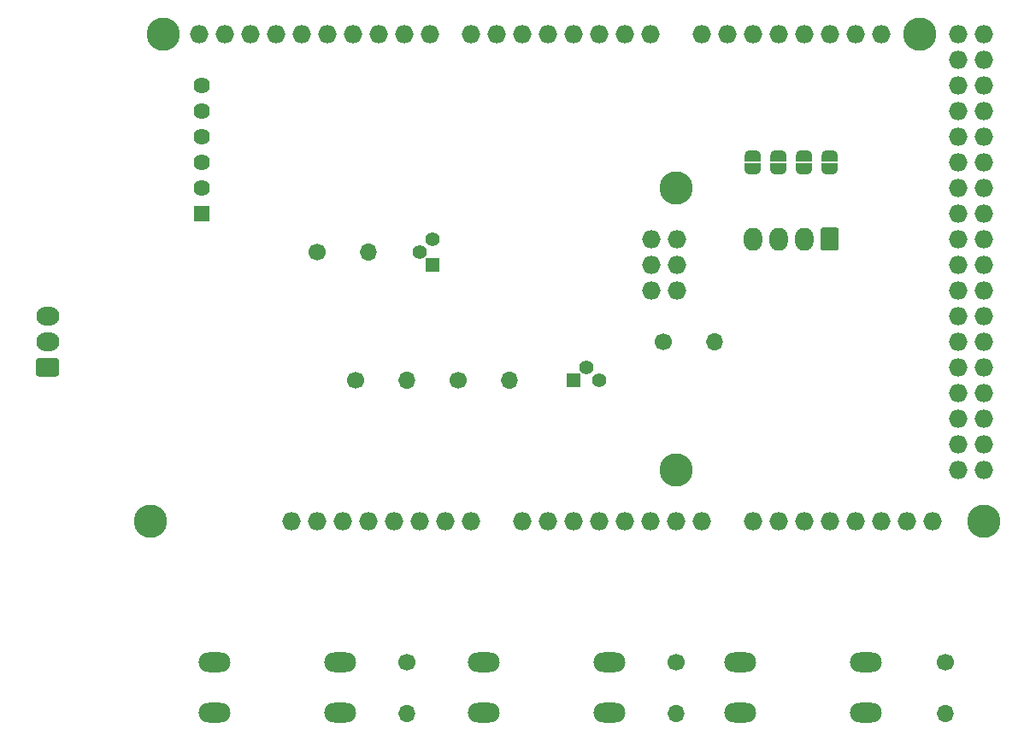
<source format=gbr>
%TF.GenerationSoftware,KiCad,Pcbnew,5.1.6-c6e7f7d~86~ubuntu16.04.1*%
%TF.CreationDate,2020-06-22T18:40:28+01:00*%
%TF.ProjectId,mirotan-due-cassette-shield,6d69726f-7461-46e2-9d64-75652d636173,rev?*%
%TF.SameCoordinates,Original*%
%TF.FileFunction,Soldermask,Bot*%
%TF.FilePolarity,Negative*%
%FSLAX46Y46*%
G04 Gerber Fmt 4.6, Leading zero omitted, Abs format (unit mm)*
G04 Created by KiCad (PCBNEW 5.1.6-c6e7f7d~86~ubuntu16.04.1) date 2020-06-22 18:40:28*
%MOMM*%
%LPD*%
G01*
G04 APERTURE LIST*
%ADD10O,1.827200X1.827200*%
%ADD11C,3.300000*%
%ADD12O,3.148000X1.950000*%
%ADD13O,1.700000X1.700000*%
%ADD14C,1.700000*%
%ADD15C,0.100000*%
%ADD16O,1.840000X2.290000*%
%ADD17C,1.624000*%
%ADD18R,1.624000X1.624000*%
%ADD19R,1.400000X1.400000*%
%ADD20C,1.400000*%
%ADD21O,2.290000X1.840000*%
G04 APERTURE END LIST*
D10*
%TO.C,XA1*%
X63627000Y34290000D03*
X96520000Y11430000D03*
X93980000Y11430000D03*
X96520000Y13970000D03*
X93980000Y13970000D03*
X96520000Y16510000D03*
X93980000Y16510000D03*
X96520000Y19050000D03*
X93980000Y19050000D03*
X96520000Y21590000D03*
X93980000Y21590000D03*
X96520000Y24130000D03*
X93980000Y24130000D03*
X96520000Y26670000D03*
X93980000Y26670000D03*
X96520000Y29210000D03*
X93980000Y29210000D03*
X96520000Y31750000D03*
X93980000Y31750000D03*
X96520000Y34290000D03*
X93980000Y34290000D03*
X96520000Y36830000D03*
X93980000Y36830000D03*
X96520000Y39370000D03*
X93980000Y39370000D03*
X96520000Y41910000D03*
X93980000Y41910000D03*
X96520000Y44450000D03*
X93980000Y44450000D03*
X96520000Y46990000D03*
X93980000Y46990000D03*
X96520000Y49530000D03*
X93980000Y49530000D03*
X96520000Y52070000D03*
X93980000Y52070000D03*
X96520000Y54610000D03*
X93980000Y54610000D03*
X91440000Y6350000D03*
X88900000Y6350000D03*
X86360000Y6350000D03*
X83820000Y6350000D03*
X81280000Y6350000D03*
X78740000Y6350000D03*
X76200000Y6350000D03*
X73660000Y6350000D03*
X68580000Y6350000D03*
X66040000Y6350000D03*
X63500000Y6350000D03*
X60960000Y6350000D03*
X58420000Y6350000D03*
X55880000Y6350000D03*
X53340000Y6350000D03*
X27940000Y6350000D03*
X34036000Y54610000D03*
X31496000Y54610000D03*
X28956000Y54610000D03*
X23876000Y54610000D03*
X21336000Y54610000D03*
X18796000Y54610000D03*
D11*
X13970000Y6350000D03*
X96520000Y6350000D03*
X15240000Y54610000D03*
X90170000Y54610000D03*
X66040000Y39370000D03*
X66040000Y11430000D03*
D10*
X36576000Y54610000D03*
X39116000Y54610000D03*
X41656000Y54610000D03*
X26416000Y54610000D03*
X45720000Y54610000D03*
X48260000Y54610000D03*
X50800000Y54610000D03*
X53340000Y54610000D03*
X55880000Y54610000D03*
X58420000Y54610000D03*
X60960000Y54610000D03*
X63500000Y54610000D03*
X68580000Y54610000D03*
X71120000Y54610000D03*
X73660000Y54610000D03*
X76200000Y54610000D03*
X78740000Y54610000D03*
X81280000Y54610000D03*
X83820000Y54610000D03*
X86360000Y54610000D03*
X30480000Y6350000D03*
X33020000Y6350000D03*
X35560000Y6350000D03*
X38100000Y6350000D03*
X40640000Y6350000D03*
X43180000Y6350000D03*
X45720000Y6350000D03*
X50800000Y6350000D03*
X66167000Y34290000D03*
X63627000Y31750000D03*
X66167000Y31750000D03*
X66167000Y29210000D03*
X63627000Y29210000D03*
%TD*%
D12*
%TO.C,SW3*%
X72390000Y-12620000D03*
X72390000Y-7620000D03*
X84890000Y-12620000D03*
X84890000Y-7620000D03*
%TD*%
%TO.C,SW2*%
X20320000Y-12620000D03*
X20320000Y-7620000D03*
X32820000Y-12620000D03*
X32820000Y-7620000D03*
%TD*%
%TO.C,SW1*%
X46990000Y-12620000D03*
X46990000Y-7620000D03*
X59490000Y-12620000D03*
X59490000Y-7620000D03*
%TD*%
D13*
%TO.C,R7*%
X39370000Y-12700000D03*
D14*
X39370000Y-7620000D03*
%TD*%
D13*
%TO.C,R6*%
X92710000Y-12700000D03*
D14*
X92710000Y-7620000D03*
%TD*%
D13*
%TO.C,R5*%
X66040000Y-12700000D03*
D14*
X66040000Y-7620000D03*
%TD*%
D15*
%TO.C,JP4*%
G36*
X72860961Y41769755D02*
G01*
X72863806Y41779134D01*
X72868427Y41787779D01*
X72874645Y41795355D01*
X72882221Y41801573D01*
X72890866Y41806194D01*
X72900245Y41809039D01*
X72910000Y41810000D01*
X74410000Y41810000D01*
X74419755Y41809039D01*
X74429134Y41806194D01*
X74437779Y41801573D01*
X74445355Y41795355D01*
X74451573Y41787779D01*
X74456194Y41779134D01*
X74459039Y41769755D01*
X74460000Y41760000D01*
X74460000Y41260000D01*
X74459398Y41253889D01*
X74459398Y41235466D01*
X74459157Y41230565D01*
X74454347Y41181734D01*
X74453627Y41176881D01*
X74444055Y41128756D01*
X74442863Y41123995D01*
X74428619Y41077040D01*
X74426966Y41072421D01*
X74408189Y41027088D01*
X74406091Y41022651D01*
X74382960Y40979378D01*
X74380438Y40975171D01*
X74353178Y40934372D01*
X74350254Y40930430D01*
X74319126Y40892501D01*
X74315831Y40888866D01*
X74281134Y40854169D01*
X74277499Y40850874D01*
X74239570Y40819746D01*
X74235628Y40816822D01*
X74194829Y40789562D01*
X74190622Y40787040D01*
X74147349Y40763909D01*
X74142912Y40761811D01*
X74097579Y40743034D01*
X74092960Y40741381D01*
X74046005Y40727137D01*
X74041244Y40725945D01*
X73993119Y40716373D01*
X73988266Y40715653D01*
X73939435Y40710843D01*
X73934534Y40710602D01*
X73916111Y40710602D01*
X73910000Y40710000D01*
X73410000Y40710000D01*
X73403889Y40710602D01*
X73385466Y40710602D01*
X73380565Y40710843D01*
X73331734Y40715653D01*
X73326881Y40716373D01*
X73278756Y40725945D01*
X73273995Y40727137D01*
X73227040Y40741381D01*
X73222421Y40743034D01*
X73177088Y40761811D01*
X73172651Y40763909D01*
X73129378Y40787040D01*
X73125171Y40789562D01*
X73084372Y40816822D01*
X73080430Y40819746D01*
X73042501Y40850874D01*
X73038866Y40854169D01*
X73004169Y40888866D01*
X73000874Y40892501D01*
X72969746Y40930430D01*
X72966822Y40934372D01*
X72939562Y40975171D01*
X72937040Y40979378D01*
X72913909Y41022651D01*
X72911811Y41027088D01*
X72893034Y41072421D01*
X72891381Y41077040D01*
X72877137Y41123995D01*
X72875945Y41128756D01*
X72866373Y41176881D01*
X72865653Y41181734D01*
X72860843Y41230565D01*
X72860602Y41235466D01*
X72860602Y41253889D01*
X72860000Y41260000D01*
X72860000Y41760000D01*
X72860961Y41769755D01*
G37*
G36*
X72860602Y42566111D02*
G01*
X72860602Y42584534D01*
X72860843Y42589435D01*
X72865653Y42638266D01*
X72866373Y42643119D01*
X72875945Y42691244D01*
X72877137Y42696005D01*
X72891381Y42742960D01*
X72893034Y42747579D01*
X72911811Y42792912D01*
X72913909Y42797349D01*
X72937040Y42840622D01*
X72939562Y42844829D01*
X72966822Y42885628D01*
X72969746Y42889570D01*
X73000874Y42927499D01*
X73004169Y42931134D01*
X73038866Y42965831D01*
X73042501Y42969126D01*
X73080430Y43000254D01*
X73084372Y43003178D01*
X73125171Y43030438D01*
X73129378Y43032960D01*
X73172651Y43056091D01*
X73177088Y43058189D01*
X73222421Y43076966D01*
X73227040Y43078619D01*
X73273995Y43092863D01*
X73278756Y43094055D01*
X73326881Y43103627D01*
X73331734Y43104347D01*
X73380565Y43109157D01*
X73385466Y43109398D01*
X73403889Y43109398D01*
X73410000Y43110000D01*
X73910000Y43110000D01*
X73916111Y43109398D01*
X73934534Y43109398D01*
X73939435Y43109157D01*
X73988266Y43104347D01*
X73993119Y43103627D01*
X74041244Y43094055D01*
X74046005Y43092863D01*
X74092960Y43078619D01*
X74097579Y43076966D01*
X74142912Y43058189D01*
X74147349Y43056091D01*
X74190622Y43032960D01*
X74194829Y43030438D01*
X74235628Y43003178D01*
X74239570Y43000254D01*
X74277499Y42969126D01*
X74281134Y42965831D01*
X74315831Y42931134D01*
X74319126Y42927499D01*
X74350254Y42889570D01*
X74353178Y42885628D01*
X74380438Y42844829D01*
X74382960Y42840622D01*
X74406091Y42797349D01*
X74408189Y42792912D01*
X74426966Y42747579D01*
X74428619Y42742960D01*
X74442863Y42696005D01*
X74444055Y42691244D01*
X74453627Y42643119D01*
X74454347Y42638266D01*
X74459157Y42589435D01*
X74459398Y42584534D01*
X74459398Y42566111D01*
X74460000Y42560000D01*
X74460000Y42060000D01*
X74459039Y42050245D01*
X74456194Y42040866D01*
X74451573Y42032221D01*
X74445355Y42024645D01*
X74437779Y42018427D01*
X74429134Y42013806D01*
X74419755Y42010961D01*
X74410000Y42010000D01*
X72910000Y42010000D01*
X72900245Y42010961D01*
X72890866Y42013806D01*
X72882221Y42018427D01*
X72874645Y42024645D01*
X72868427Y42032221D01*
X72863806Y42040866D01*
X72860961Y42050245D01*
X72860000Y42060000D01*
X72860000Y42560000D01*
X72860602Y42566111D01*
G37*
%TD*%
%TO.C,JP3*%
G36*
X75400961Y41769755D02*
G01*
X75403806Y41779134D01*
X75408427Y41787779D01*
X75414645Y41795355D01*
X75422221Y41801573D01*
X75430866Y41806194D01*
X75440245Y41809039D01*
X75450000Y41810000D01*
X76950000Y41810000D01*
X76959755Y41809039D01*
X76969134Y41806194D01*
X76977779Y41801573D01*
X76985355Y41795355D01*
X76991573Y41787779D01*
X76996194Y41779134D01*
X76999039Y41769755D01*
X77000000Y41760000D01*
X77000000Y41260000D01*
X76999398Y41253889D01*
X76999398Y41235466D01*
X76999157Y41230565D01*
X76994347Y41181734D01*
X76993627Y41176881D01*
X76984055Y41128756D01*
X76982863Y41123995D01*
X76968619Y41077040D01*
X76966966Y41072421D01*
X76948189Y41027088D01*
X76946091Y41022651D01*
X76922960Y40979378D01*
X76920438Y40975171D01*
X76893178Y40934372D01*
X76890254Y40930430D01*
X76859126Y40892501D01*
X76855831Y40888866D01*
X76821134Y40854169D01*
X76817499Y40850874D01*
X76779570Y40819746D01*
X76775628Y40816822D01*
X76734829Y40789562D01*
X76730622Y40787040D01*
X76687349Y40763909D01*
X76682912Y40761811D01*
X76637579Y40743034D01*
X76632960Y40741381D01*
X76586005Y40727137D01*
X76581244Y40725945D01*
X76533119Y40716373D01*
X76528266Y40715653D01*
X76479435Y40710843D01*
X76474534Y40710602D01*
X76456111Y40710602D01*
X76450000Y40710000D01*
X75950000Y40710000D01*
X75943889Y40710602D01*
X75925466Y40710602D01*
X75920565Y40710843D01*
X75871734Y40715653D01*
X75866881Y40716373D01*
X75818756Y40725945D01*
X75813995Y40727137D01*
X75767040Y40741381D01*
X75762421Y40743034D01*
X75717088Y40761811D01*
X75712651Y40763909D01*
X75669378Y40787040D01*
X75665171Y40789562D01*
X75624372Y40816822D01*
X75620430Y40819746D01*
X75582501Y40850874D01*
X75578866Y40854169D01*
X75544169Y40888866D01*
X75540874Y40892501D01*
X75509746Y40930430D01*
X75506822Y40934372D01*
X75479562Y40975171D01*
X75477040Y40979378D01*
X75453909Y41022651D01*
X75451811Y41027088D01*
X75433034Y41072421D01*
X75431381Y41077040D01*
X75417137Y41123995D01*
X75415945Y41128756D01*
X75406373Y41176881D01*
X75405653Y41181734D01*
X75400843Y41230565D01*
X75400602Y41235466D01*
X75400602Y41253889D01*
X75400000Y41260000D01*
X75400000Y41760000D01*
X75400961Y41769755D01*
G37*
G36*
X75400602Y42566111D02*
G01*
X75400602Y42584534D01*
X75400843Y42589435D01*
X75405653Y42638266D01*
X75406373Y42643119D01*
X75415945Y42691244D01*
X75417137Y42696005D01*
X75431381Y42742960D01*
X75433034Y42747579D01*
X75451811Y42792912D01*
X75453909Y42797349D01*
X75477040Y42840622D01*
X75479562Y42844829D01*
X75506822Y42885628D01*
X75509746Y42889570D01*
X75540874Y42927499D01*
X75544169Y42931134D01*
X75578866Y42965831D01*
X75582501Y42969126D01*
X75620430Y43000254D01*
X75624372Y43003178D01*
X75665171Y43030438D01*
X75669378Y43032960D01*
X75712651Y43056091D01*
X75717088Y43058189D01*
X75762421Y43076966D01*
X75767040Y43078619D01*
X75813995Y43092863D01*
X75818756Y43094055D01*
X75866881Y43103627D01*
X75871734Y43104347D01*
X75920565Y43109157D01*
X75925466Y43109398D01*
X75943889Y43109398D01*
X75950000Y43110000D01*
X76450000Y43110000D01*
X76456111Y43109398D01*
X76474534Y43109398D01*
X76479435Y43109157D01*
X76528266Y43104347D01*
X76533119Y43103627D01*
X76581244Y43094055D01*
X76586005Y43092863D01*
X76632960Y43078619D01*
X76637579Y43076966D01*
X76682912Y43058189D01*
X76687349Y43056091D01*
X76730622Y43032960D01*
X76734829Y43030438D01*
X76775628Y43003178D01*
X76779570Y43000254D01*
X76817499Y42969126D01*
X76821134Y42965831D01*
X76855831Y42931134D01*
X76859126Y42927499D01*
X76890254Y42889570D01*
X76893178Y42885628D01*
X76920438Y42844829D01*
X76922960Y42840622D01*
X76946091Y42797349D01*
X76948189Y42792912D01*
X76966966Y42747579D01*
X76968619Y42742960D01*
X76982863Y42696005D01*
X76984055Y42691244D01*
X76993627Y42643119D01*
X76994347Y42638266D01*
X76999157Y42589435D01*
X76999398Y42584534D01*
X76999398Y42566111D01*
X77000000Y42560000D01*
X77000000Y42060000D01*
X76999039Y42050245D01*
X76996194Y42040866D01*
X76991573Y42032221D01*
X76985355Y42024645D01*
X76977779Y42018427D01*
X76969134Y42013806D01*
X76959755Y42010961D01*
X76950000Y42010000D01*
X75450000Y42010000D01*
X75440245Y42010961D01*
X75430866Y42013806D01*
X75422221Y42018427D01*
X75414645Y42024645D01*
X75408427Y42032221D01*
X75403806Y42040866D01*
X75400961Y42050245D01*
X75400000Y42060000D01*
X75400000Y42560000D01*
X75400602Y42566111D01*
G37*
%TD*%
%TO.C,JP2*%
G36*
X77940961Y41769755D02*
G01*
X77943806Y41779134D01*
X77948427Y41787779D01*
X77954645Y41795355D01*
X77962221Y41801573D01*
X77970866Y41806194D01*
X77980245Y41809039D01*
X77990000Y41810000D01*
X79490000Y41810000D01*
X79499755Y41809039D01*
X79509134Y41806194D01*
X79517779Y41801573D01*
X79525355Y41795355D01*
X79531573Y41787779D01*
X79536194Y41779134D01*
X79539039Y41769755D01*
X79540000Y41760000D01*
X79540000Y41260000D01*
X79539398Y41253889D01*
X79539398Y41235466D01*
X79539157Y41230565D01*
X79534347Y41181734D01*
X79533627Y41176881D01*
X79524055Y41128756D01*
X79522863Y41123995D01*
X79508619Y41077040D01*
X79506966Y41072421D01*
X79488189Y41027088D01*
X79486091Y41022651D01*
X79462960Y40979378D01*
X79460438Y40975171D01*
X79433178Y40934372D01*
X79430254Y40930430D01*
X79399126Y40892501D01*
X79395831Y40888866D01*
X79361134Y40854169D01*
X79357499Y40850874D01*
X79319570Y40819746D01*
X79315628Y40816822D01*
X79274829Y40789562D01*
X79270622Y40787040D01*
X79227349Y40763909D01*
X79222912Y40761811D01*
X79177579Y40743034D01*
X79172960Y40741381D01*
X79126005Y40727137D01*
X79121244Y40725945D01*
X79073119Y40716373D01*
X79068266Y40715653D01*
X79019435Y40710843D01*
X79014534Y40710602D01*
X78996111Y40710602D01*
X78990000Y40710000D01*
X78490000Y40710000D01*
X78483889Y40710602D01*
X78465466Y40710602D01*
X78460565Y40710843D01*
X78411734Y40715653D01*
X78406881Y40716373D01*
X78358756Y40725945D01*
X78353995Y40727137D01*
X78307040Y40741381D01*
X78302421Y40743034D01*
X78257088Y40761811D01*
X78252651Y40763909D01*
X78209378Y40787040D01*
X78205171Y40789562D01*
X78164372Y40816822D01*
X78160430Y40819746D01*
X78122501Y40850874D01*
X78118866Y40854169D01*
X78084169Y40888866D01*
X78080874Y40892501D01*
X78049746Y40930430D01*
X78046822Y40934372D01*
X78019562Y40975171D01*
X78017040Y40979378D01*
X77993909Y41022651D01*
X77991811Y41027088D01*
X77973034Y41072421D01*
X77971381Y41077040D01*
X77957137Y41123995D01*
X77955945Y41128756D01*
X77946373Y41176881D01*
X77945653Y41181734D01*
X77940843Y41230565D01*
X77940602Y41235466D01*
X77940602Y41253889D01*
X77940000Y41260000D01*
X77940000Y41760000D01*
X77940961Y41769755D01*
G37*
G36*
X77940602Y42566111D02*
G01*
X77940602Y42584534D01*
X77940843Y42589435D01*
X77945653Y42638266D01*
X77946373Y42643119D01*
X77955945Y42691244D01*
X77957137Y42696005D01*
X77971381Y42742960D01*
X77973034Y42747579D01*
X77991811Y42792912D01*
X77993909Y42797349D01*
X78017040Y42840622D01*
X78019562Y42844829D01*
X78046822Y42885628D01*
X78049746Y42889570D01*
X78080874Y42927499D01*
X78084169Y42931134D01*
X78118866Y42965831D01*
X78122501Y42969126D01*
X78160430Y43000254D01*
X78164372Y43003178D01*
X78205171Y43030438D01*
X78209378Y43032960D01*
X78252651Y43056091D01*
X78257088Y43058189D01*
X78302421Y43076966D01*
X78307040Y43078619D01*
X78353995Y43092863D01*
X78358756Y43094055D01*
X78406881Y43103627D01*
X78411734Y43104347D01*
X78460565Y43109157D01*
X78465466Y43109398D01*
X78483889Y43109398D01*
X78490000Y43110000D01*
X78990000Y43110000D01*
X78996111Y43109398D01*
X79014534Y43109398D01*
X79019435Y43109157D01*
X79068266Y43104347D01*
X79073119Y43103627D01*
X79121244Y43094055D01*
X79126005Y43092863D01*
X79172960Y43078619D01*
X79177579Y43076966D01*
X79222912Y43058189D01*
X79227349Y43056091D01*
X79270622Y43032960D01*
X79274829Y43030438D01*
X79315628Y43003178D01*
X79319570Y43000254D01*
X79357499Y42969126D01*
X79361134Y42965831D01*
X79395831Y42931134D01*
X79399126Y42927499D01*
X79430254Y42889570D01*
X79433178Y42885628D01*
X79460438Y42844829D01*
X79462960Y42840622D01*
X79486091Y42797349D01*
X79488189Y42792912D01*
X79506966Y42747579D01*
X79508619Y42742960D01*
X79522863Y42696005D01*
X79524055Y42691244D01*
X79533627Y42643119D01*
X79534347Y42638266D01*
X79539157Y42589435D01*
X79539398Y42584534D01*
X79539398Y42566111D01*
X79540000Y42560000D01*
X79540000Y42060000D01*
X79539039Y42050245D01*
X79536194Y42040866D01*
X79531573Y42032221D01*
X79525355Y42024645D01*
X79517779Y42018427D01*
X79509134Y42013806D01*
X79499755Y42010961D01*
X79490000Y42010000D01*
X77990000Y42010000D01*
X77980245Y42010961D01*
X77970866Y42013806D01*
X77962221Y42018427D01*
X77954645Y42024645D01*
X77948427Y42032221D01*
X77943806Y42040866D01*
X77940961Y42050245D01*
X77940000Y42060000D01*
X77940000Y42560000D01*
X77940602Y42566111D01*
G37*
%TD*%
%TO.C,JP1*%
G36*
X80480961Y41769755D02*
G01*
X80483806Y41779134D01*
X80488427Y41787779D01*
X80494645Y41795355D01*
X80502221Y41801573D01*
X80510866Y41806194D01*
X80520245Y41809039D01*
X80530000Y41810000D01*
X82030000Y41810000D01*
X82039755Y41809039D01*
X82049134Y41806194D01*
X82057779Y41801573D01*
X82065355Y41795355D01*
X82071573Y41787779D01*
X82076194Y41779134D01*
X82079039Y41769755D01*
X82080000Y41760000D01*
X82080000Y41260000D01*
X82079398Y41253889D01*
X82079398Y41235466D01*
X82079157Y41230565D01*
X82074347Y41181734D01*
X82073627Y41176881D01*
X82064055Y41128756D01*
X82062863Y41123995D01*
X82048619Y41077040D01*
X82046966Y41072421D01*
X82028189Y41027088D01*
X82026091Y41022651D01*
X82002960Y40979378D01*
X82000438Y40975171D01*
X81973178Y40934372D01*
X81970254Y40930430D01*
X81939126Y40892501D01*
X81935831Y40888866D01*
X81901134Y40854169D01*
X81897499Y40850874D01*
X81859570Y40819746D01*
X81855628Y40816822D01*
X81814829Y40789562D01*
X81810622Y40787040D01*
X81767349Y40763909D01*
X81762912Y40761811D01*
X81717579Y40743034D01*
X81712960Y40741381D01*
X81666005Y40727137D01*
X81661244Y40725945D01*
X81613119Y40716373D01*
X81608266Y40715653D01*
X81559435Y40710843D01*
X81554534Y40710602D01*
X81536111Y40710602D01*
X81530000Y40710000D01*
X81030000Y40710000D01*
X81023889Y40710602D01*
X81005466Y40710602D01*
X81000565Y40710843D01*
X80951734Y40715653D01*
X80946881Y40716373D01*
X80898756Y40725945D01*
X80893995Y40727137D01*
X80847040Y40741381D01*
X80842421Y40743034D01*
X80797088Y40761811D01*
X80792651Y40763909D01*
X80749378Y40787040D01*
X80745171Y40789562D01*
X80704372Y40816822D01*
X80700430Y40819746D01*
X80662501Y40850874D01*
X80658866Y40854169D01*
X80624169Y40888866D01*
X80620874Y40892501D01*
X80589746Y40930430D01*
X80586822Y40934372D01*
X80559562Y40975171D01*
X80557040Y40979378D01*
X80533909Y41022651D01*
X80531811Y41027088D01*
X80513034Y41072421D01*
X80511381Y41077040D01*
X80497137Y41123995D01*
X80495945Y41128756D01*
X80486373Y41176881D01*
X80485653Y41181734D01*
X80480843Y41230565D01*
X80480602Y41235466D01*
X80480602Y41253889D01*
X80480000Y41260000D01*
X80480000Y41760000D01*
X80480961Y41769755D01*
G37*
G36*
X80480602Y42566111D02*
G01*
X80480602Y42584534D01*
X80480843Y42589435D01*
X80485653Y42638266D01*
X80486373Y42643119D01*
X80495945Y42691244D01*
X80497137Y42696005D01*
X80511381Y42742960D01*
X80513034Y42747579D01*
X80531811Y42792912D01*
X80533909Y42797349D01*
X80557040Y42840622D01*
X80559562Y42844829D01*
X80586822Y42885628D01*
X80589746Y42889570D01*
X80620874Y42927499D01*
X80624169Y42931134D01*
X80658866Y42965831D01*
X80662501Y42969126D01*
X80700430Y43000254D01*
X80704372Y43003178D01*
X80745171Y43030438D01*
X80749378Y43032960D01*
X80792651Y43056091D01*
X80797088Y43058189D01*
X80842421Y43076966D01*
X80847040Y43078619D01*
X80893995Y43092863D01*
X80898756Y43094055D01*
X80946881Y43103627D01*
X80951734Y43104347D01*
X81000565Y43109157D01*
X81005466Y43109398D01*
X81023889Y43109398D01*
X81030000Y43110000D01*
X81530000Y43110000D01*
X81536111Y43109398D01*
X81554534Y43109398D01*
X81559435Y43109157D01*
X81608266Y43104347D01*
X81613119Y43103627D01*
X81661244Y43094055D01*
X81666005Y43092863D01*
X81712960Y43078619D01*
X81717579Y43076966D01*
X81762912Y43058189D01*
X81767349Y43056091D01*
X81810622Y43032960D01*
X81814829Y43030438D01*
X81855628Y43003178D01*
X81859570Y43000254D01*
X81897499Y42969126D01*
X81901134Y42965831D01*
X81935831Y42931134D01*
X81939126Y42927499D01*
X81970254Y42889570D01*
X81973178Y42885628D01*
X82000438Y42844829D01*
X82002960Y42840622D01*
X82026091Y42797349D01*
X82028189Y42792912D01*
X82046966Y42747579D01*
X82048619Y42742960D01*
X82062863Y42696005D01*
X82064055Y42691244D01*
X82073627Y42643119D01*
X82074347Y42638266D01*
X82079157Y42589435D01*
X82079398Y42584534D01*
X82079398Y42566111D01*
X82080000Y42560000D01*
X82080000Y42060000D01*
X82079039Y42050245D01*
X82076194Y42040866D01*
X82071573Y42032221D01*
X82065355Y42024645D01*
X82057779Y42018427D01*
X82049134Y42013806D01*
X82039755Y42010961D01*
X82030000Y42010000D01*
X80530000Y42010000D01*
X80520245Y42010961D01*
X80510866Y42013806D01*
X80502221Y42018427D01*
X80494645Y42024645D01*
X80488427Y42032221D01*
X80483806Y42040866D01*
X80480961Y42050245D01*
X80480000Y42060000D01*
X80480000Y42560000D01*
X80480602Y42566111D01*
G37*
%TD*%
D16*
%TO.C,J2*%
X73660000Y34290000D03*
X76200000Y34290000D03*
X78740000Y34290000D03*
G36*
G01*
X82200000Y35170633D02*
X82200000Y33409367D01*
G75*
G02*
X81935633Y33145000I-264367J0D01*
G01*
X80624367Y33145000D01*
G75*
G02*
X80360000Y33409367I0J264367D01*
G01*
X80360000Y35170633D01*
G75*
G02*
X80624367Y35435000I264367J0D01*
G01*
X81935633Y35435000D01*
G75*
G02*
X82200000Y35170633I0J-264367D01*
G01*
G37*
%TD*%
D17*
%TO.C,A1*%
X19050000Y49530000D03*
X19050000Y46990000D03*
X19050000Y44450000D03*
X19050000Y41910000D03*
X19050000Y39370000D03*
D18*
X19050000Y36830000D03*
%TD*%
D19*
%TO.C,Q2*%
X55880000Y20320000D03*
D20*
X58420000Y20320000D03*
X57150000Y21590000D03*
%TD*%
D19*
%TO.C,Q1*%
X41910000Y31750000D03*
D20*
X41910000Y34290000D03*
X40640000Y33020000D03*
%TD*%
D13*
%TO.C,R4*%
X69850000Y24130000D03*
D14*
X64770000Y24130000D03*
%TD*%
D13*
%TO.C,R3*%
X39370000Y20320000D03*
D14*
X34290000Y20320000D03*
%TD*%
D13*
%TO.C,R2*%
X49530000Y20320000D03*
D14*
X44450000Y20320000D03*
%TD*%
D13*
%TO.C,R1*%
X35560000Y33020000D03*
D14*
X30480000Y33020000D03*
%TD*%
D21*
%TO.C,J1*%
X3810000Y26670000D03*
X3810000Y24130000D03*
G36*
G01*
X4690633Y20670000D02*
X2929367Y20670000D01*
G75*
G02*
X2665000Y20934367I0J264367D01*
G01*
X2665000Y22245633D01*
G75*
G02*
X2929367Y22510000I264367J0D01*
G01*
X4690633Y22510000D01*
G75*
G02*
X4955000Y22245633I0J-264367D01*
G01*
X4955000Y20934367D01*
G75*
G02*
X4690633Y20670000I-264367J0D01*
G01*
G37*
%TD*%
M02*

</source>
